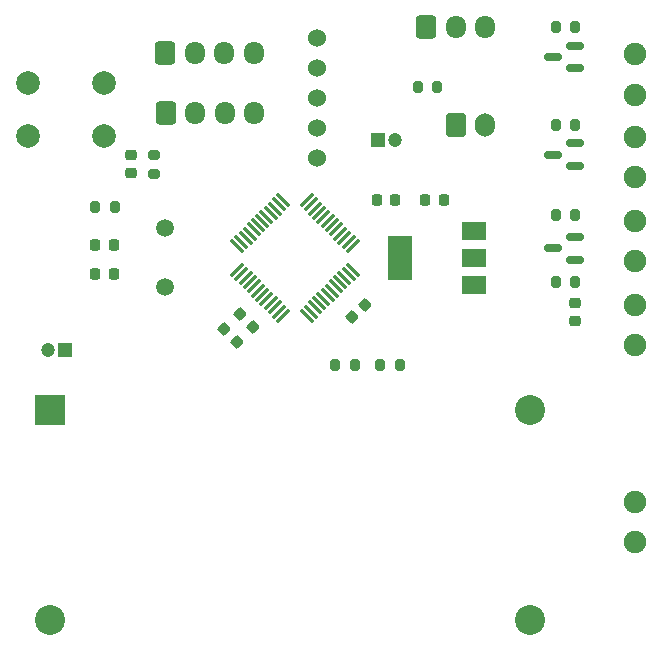
<source format=gbr>
%TF.GenerationSoftware,KiCad,Pcbnew,7.0.10*%
%TF.CreationDate,2025-01-30T22:16:48+01:00*%
%TF.ProjectId,bike_computer,62696b65-5f63-46f6-9d70-757465722e6b,rev?*%
%TF.SameCoordinates,Original*%
%TF.FileFunction,Soldermask,Top*%
%TF.FilePolarity,Negative*%
%FSLAX46Y46*%
G04 Gerber Fmt 4.6, Leading zero omitted, Abs format (unit mm)*
G04 Created by KiCad (PCBNEW 7.0.10) date 2025-01-30 22:16:48*
%MOMM*%
%LPD*%
G01*
G04 APERTURE LIST*
G04 Aperture macros list*
%AMRoundRect*
0 Rectangle with rounded corners*
0 $1 Rounding radius*
0 $2 $3 $4 $5 $6 $7 $8 $9 X,Y pos of 4 corners*
0 Add a 4 corners polygon primitive as box body*
4,1,4,$2,$3,$4,$5,$6,$7,$8,$9,$2,$3,0*
0 Add four circle primitives for the rounded corners*
1,1,$1+$1,$2,$3*
1,1,$1+$1,$4,$5*
1,1,$1+$1,$6,$7*
1,1,$1+$1,$8,$9*
0 Add four rect primitives between the rounded corners*
20,1,$1+$1,$2,$3,$4,$5,0*
20,1,$1+$1,$4,$5,$6,$7,0*
20,1,$1+$1,$6,$7,$8,$9,0*
20,1,$1+$1,$8,$9,$2,$3,0*%
G04 Aperture macros list end*
%ADD10C,1.524000*%
%ADD11C,1.905000*%
%ADD12R,1.200000X1.200000*%
%ADD13C,1.200000*%
%ADD14C,2.000000*%
%ADD15RoundRect,0.225000X-0.250000X0.225000X-0.250000X-0.225000X0.250000X-0.225000X0.250000X0.225000X0*%
%ADD16RoundRect,0.225000X-0.225000X-0.250000X0.225000X-0.250000X0.225000X0.250000X-0.225000X0.250000X0*%
%ADD17RoundRect,0.200000X-0.200000X-0.275000X0.200000X-0.275000X0.200000X0.275000X-0.200000X0.275000X0*%
%ADD18R,2.000000X1.500000*%
%ADD19R,2.000000X3.800000*%
%ADD20RoundRect,0.075000X-0.415425X-0.521491X0.521491X0.415425X0.415425X0.521491X-0.521491X-0.415425X0*%
%ADD21RoundRect,0.075000X0.415425X-0.521491X0.521491X-0.415425X-0.415425X0.521491X-0.521491X0.415425X0*%
%ADD22RoundRect,0.200000X-0.275000X0.200000X-0.275000X-0.200000X0.275000X-0.200000X0.275000X0.200000X0*%
%ADD23RoundRect,0.225000X0.335876X0.017678X0.017678X0.335876X-0.335876X-0.017678X-0.017678X-0.335876X0*%
%ADD24RoundRect,0.200000X0.200000X0.275000X-0.200000X0.275000X-0.200000X-0.275000X0.200000X-0.275000X0*%
%ADD25R,2.540000X2.540000*%
%ADD26C,2.540000*%
%ADD27RoundRect,0.225000X0.017678X-0.335876X0.335876X-0.017678X-0.017678X0.335876X-0.335876X0.017678X0*%
%ADD28RoundRect,0.250000X-0.600000X-0.725000X0.600000X-0.725000X0.600000X0.725000X-0.600000X0.725000X0*%
%ADD29O,1.700000X1.950000*%
%ADD30RoundRect,0.150000X0.587500X0.150000X-0.587500X0.150000X-0.587500X-0.150000X0.587500X-0.150000X0*%
%ADD31RoundRect,0.250000X-0.600000X-0.750000X0.600000X-0.750000X0.600000X0.750000X-0.600000X0.750000X0*%
%ADD32O,1.700000X2.000000*%
%ADD33C,1.500000*%
%ADD34RoundRect,0.225000X0.225000X0.250000X-0.225000X0.250000X-0.225000X-0.250000X0.225000X-0.250000X0*%
%ADD35RoundRect,0.225000X0.250000X-0.225000X0.250000X0.225000X-0.250000X0.225000X-0.250000X-0.225000X0*%
G04 APERTURE END LIST*
D10*
%TO.C,P1*%
X137922000Y-72136000D03*
X137922000Y-74676000D03*
X137922000Y-77216000D03*
X137922000Y-79756000D03*
X137922000Y-82296000D03*
%TD*%
D11*
%TO.C,J6*%
X164846000Y-83950000D03*
X164846000Y-80550000D03*
%TD*%
%TO.C,J4*%
X164846000Y-98142000D03*
X164846000Y-94742000D03*
%TD*%
%TO.C,J7*%
X164846000Y-76962000D03*
X164846000Y-73562000D03*
%TD*%
D12*
%TO.C,C3*%
X143026000Y-80772000D03*
D13*
X144526000Y-80772000D03*
%TD*%
D11*
%TO.C,J5*%
X164846000Y-91030000D03*
X164846000Y-87630000D03*
%TD*%
D14*
%TO.C,SW1*%
X113388000Y-75946000D03*
X119888000Y-75946000D03*
X113388000Y-80446000D03*
X119888000Y-80446000D03*
%TD*%
D15*
%TO.C,C10*%
X159766000Y-94602000D03*
X159766000Y-96152000D03*
%TD*%
D16*
%TO.C,C2*%
X142976000Y-85852000D03*
X144526000Y-85852000D03*
%TD*%
%TO.C,C8*%
X119126000Y-92172000D03*
X120676000Y-92172000D03*
%TD*%
D17*
%TO.C,R2*%
X143256000Y-99822000D03*
X144906000Y-99822000D03*
%TD*%
D11*
%TO.C,J1*%
X164846000Y-114857000D03*
X164846000Y-111457000D03*
%TD*%
D17*
%TO.C,R5*%
X158116000Y-87122000D03*
X159766000Y-87122000D03*
%TD*%
D18*
%TO.C,U2*%
X151181200Y-93079600D03*
X151181200Y-90779600D03*
D19*
X144881200Y-90779600D03*
D18*
X151181200Y-88479600D03*
%TD*%
D20*
%TO.C,U1*%
X131139355Y-91799693D03*
X131492909Y-92153247D03*
X131846462Y-92506800D03*
X132200016Y-92860354D03*
X132553569Y-93213907D03*
X132907122Y-93567460D03*
X133260676Y-93921014D03*
X133614229Y-94274567D03*
X133967782Y-94628120D03*
X134321336Y-94981674D03*
X134674889Y-95335227D03*
X135028443Y-95688781D03*
D21*
X137026019Y-95688781D03*
X137379573Y-95335227D03*
X137733126Y-94981674D03*
X138086680Y-94628120D03*
X138440233Y-94274567D03*
X138793786Y-93921014D03*
X139147340Y-93567460D03*
X139500893Y-93213907D03*
X139854446Y-92860354D03*
X140208000Y-92506800D03*
X140561553Y-92153247D03*
X140915107Y-91799693D03*
D20*
X140915107Y-89802117D03*
X140561553Y-89448563D03*
X140208000Y-89095010D03*
X139854446Y-88741456D03*
X139500893Y-88387903D03*
X139147340Y-88034350D03*
X138793786Y-87680796D03*
X138440233Y-87327243D03*
X138086680Y-86973690D03*
X137733126Y-86620136D03*
X137379573Y-86266583D03*
X137026019Y-85913029D03*
D21*
X135028443Y-85913029D03*
X134674889Y-86266583D03*
X134321336Y-86620136D03*
X133967782Y-86973690D03*
X133614229Y-87327243D03*
X133260676Y-87680796D03*
X132907122Y-88034350D03*
X132553569Y-88387903D03*
X132200016Y-88741456D03*
X131846462Y-89095010D03*
X131492909Y-89448563D03*
X131139355Y-89802117D03*
%TD*%
D22*
%TO.C,R4*%
X124079000Y-82042000D03*
X124079000Y-83692000D03*
%TD*%
D23*
%TO.C,C5*%
X131137992Y-97917000D03*
X130041976Y-96820984D03*
%TD*%
D24*
%TO.C,R6*%
X159766000Y-92837000D03*
X158116000Y-92837000D03*
%TD*%
D25*
%TO.C,U3*%
X115316000Y-103632000D03*
D26*
X115316000Y-121412000D03*
X155956000Y-121412000D03*
X155956000Y-103632000D03*
%TD*%
D27*
%TO.C,C6*%
X140889984Y-95838016D03*
X141986000Y-94742000D03*
%TD*%
D17*
%TO.C,R1*%
X139446000Y-99822000D03*
X141096000Y-99822000D03*
%TD*%
D28*
%TO.C,J9*%
X147146000Y-71247000D03*
D29*
X149646000Y-71247000D03*
X152146000Y-71247000D03*
%TD*%
D16*
%TO.C,C7*%
X119126000Y-89662000D03*
X120676000Y-89662000D03*
%TD*%
D30*
%TO.C,Q2*%
X159736000Y-82992000D03*
X159736000Y-81092000D03*
X157861000Y-82042000D03*
%TD*%
D24*
%TO.C,R3*%
X120776000Y-86487000D03*
X119126000Y-86487000D03*
%TD*%
D12*
%TO.C,C11*%
X116586000Y-98552000D03*
D13*
X115086000Y-98552000D03*
%TD*%
D30*
%TO.C,Q3*%
X159736000Y-74737000D03*
X159736000Y-72837000D03*
X157861000Y-73787000D03*
%TD*%
D28*
%TO.C,J2*%
X125088000Y-78486000D03*
D29*
X127588000Y-78486000D03*
X130088000Y-78486000D03*
X132588000Y-78486000D03*
%TD*%
D28*
%TO.C,J3*%
X125048000Y-73406000D03*
D29*
X127548000Y-73406000D03*
X130048000Y-73406000D03*
X132548000Y-73406000D03*
%TD*%
D31*
%TO.C,J8*%
X149646000Y-79502000D03*
D32*
X152146000Y-79502000D03*
%TD*%
D30*
%TO.C,Q1*%
X159766000Y-90932000D03*
X159766000Y-89032000D03*
X157891000Y-89982000D03*
%TD*%
D24*
%TO.C,R9*%
X148081000Y-76327000D03*
X146431000Y-76327000D03*
%TD*%
D33*
%TO.C,Y1*%
X125044200Y-93254200D03*
X125044200Y-88254200D03*
%TD*%
D34*
%TO.C,C1*%
X148616000Y-85852000D03*
X147066000Y-85852000D03*
%TD*%
D23*
%TO.C,C4*%
X132461000Y-96647000D03*
X131364984Y-95550984D03*
%TD*%
D17*
%TO.C,R8*%
X158116000Y-71247000D03*
X159766000Y-71247000D03*
%TD*%
D35*
%TO.C,C9*%
X122174000Y-83592000D03*
X122174000Y-82042000D03*
%TD*%
D17*
%TO.C,R7*%
X158116000Y-79502000D03*
X159766000Y-79502000D03*
%TD*%
M02*

</source>
